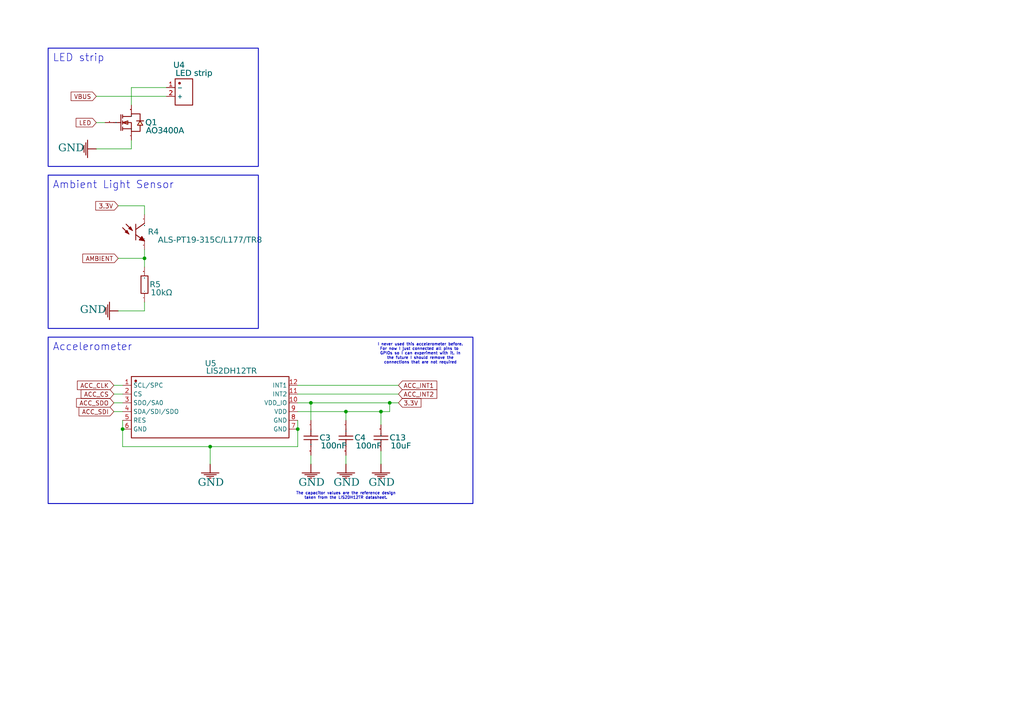
<source format=kicad_sch>
(kicad_sch (version 20231120) (generator "eeschema") (generator_version "8.0")
  (paper "A4")
  (title_block (title "Rudelblinken") (rev "0.1") (company "Zebreus"))
  (lib_symbols
    (symbol "0402WGF1002TCE"
      (property "Reference" "R5" (at 1.524 0.8763 0))
      (property "Value" "10kΩ" (at 1.524 -1.4351 0))
      (symbol "0402WGF1002TCE_0_0"
        (rectangle (start -1.016 2.54) (end 1.016 -2.54) (stroke (width 0.254)))
        (pin input line (at 0 -5.08 90) (length 2.54) (name "1") (number "1"))
        (pin input line (at 0 5.08 270) (length 2.54) (name "2") (number "2"))
      )
    )
    (symbol "ALS-PT19-315C/L177/TR8"
      (property "Reference" "R4" (at 2.286 0.9017 0))
      (property "Value" "ALS-PT19-315C/L177/TR8" (at 2.286 -1.3843 0))
      (symbol "ALS-PT19-315C/L177/TR8_0_0"
        (polyline (pts (xy -5.08 1.27) (xy -3.302 -0.508)) (stroke (width 0.254)))
        (polyline (pts (xy -4.064 2.286) (xy -2.286 0.508)) (stroke (width 0.254)))
        (polyline (pts (xy -1.27 -0.762) (xy 1.27 -2.54)) (stroke (width 0.254)))
        (polyline (pts (xy -1.27 2.286) (xy -1.27 -2.286)) (stroke (width 0.254)))
        (polyline (pts (xy 1.27 2.54) (xy -1.27 0.762)) (stroke (width 0.254)))
        (polyline (pts (xy -3.302 -0.508) (xy -3.81 0.508) (xy -4.318 0) (xy -3.302 -0.508)) (stroke (width 0.254)) (fill (type outline)))
        (polyline (pts (xy -2.286 0.508) (xy -2.794 1.524) (xy -3.302 1.016) (xy -2.286 0.508)) (stroke (width 0.254)) (fill (type outline)))
        (polyline (pts (xy 1.27 -2.54) (xy 0.508 -1.27) (xy -0.254 -2.286) (xy 1.27 -2.54)) (stroke (width 0.254)) (fill (type outline)))
        (pin input line (at 1.27 5.08 270) (length 2.54) (name "C") (number "1"))
        (pin input line (at 1.27 -5.08 90) (length 2.54) (name "E") (number "2"))
      )
    )
    (symbol "AO3400A"
      (property "Reference" "Q1" (at 6.604 0.8763 0))
      (property "Value" "AO3400A" (at 6.604 -1.4097 0))
      (symbol "AO3400A_0_0"
        (polyline (pts (xy -2.54 0) (xy -0.508 0)) (stroke (width 0.254)))
        (polyline (pts (xy -0.508 2.286) (xy -0.508 -2.286)) (stroke (width 0.254)))
        (polyline (pts (xy 0 -2.286) (xy 0 -1.27)) (stroke (width 0.254)))
        (polyline (pts (xy 0 -0.508) (xy 0 0.508)) (stroke (width 0.254)))
        (polyline (pts (xy 0 2.286) (xy 0 1.27)) (stroke (width 0.254)))
        (polyline (pts (xy 2.54 -1.778) (xy 0 -1.778)) (stroke (width 0.254)))
        (polyline (pts (xy 0 0) (xy 1.524 -0.508) (xy 1.524 0.508) (xy 0 0)) (stroke (width 0.254)) (fill (type background)))
        (polyline (pts (xy 5.08 0.508) (xy 4.318 -0.762) (xy 5.842 -0.762) (xy 5.08 0.508)) (stroke (width 0.254)) (fill (type background)))
        (polyline (pts (xy 6.096 0.508) (xy 5.588 0.508) (xy 4.572 0.508) (xy 4.064 0.508)) (stroke (width 0.254)))
        (polyline (pts (xy 0 0) (xy 2.54 0) (xy 2.54 -2.54) (xy 5.08 -2.54) (xy 5.08 -0.762)) (stroke (width 0.254)))
        (polyline (pts (xy 0 1.778) (xy 2.54 1.778) (xy 2.54 2.54) (xy 5.08 2.54) (xy 5.08 0.508)) (stroke (width 0.254)))
        (pin unspecified line (at -5.08 0 0) (length 2.54) (name "G") (number "1"))
        (pin unspecified line (at 2.54 -5.08 90) (length 2.54) (name "S") (number "2"))
        (pin unspecified line (at 2.54 5.08 270) (length 2.54) (name "D") (number "3"))
      )
    )
    (symbol "CL05A106MQ5NUNC"
      (property "Reference" "C13" (at 2.54 0.8763 0))
      (property "Value" "10uF" (at 2.54 -1.4097 0))
      (symbol "CL05A106MQ5NUNC_0_0"
        (polyline (pts (xy -2.032 -0.508) (xy 2.032 -0.508)) (stroke (width 0.254)))
        (polyline (pts (xy -2.032 0.508) (xy 2.032 0.508)) (stroke (width 0.254)))
        (polyline (pts (xy 0 -1.27) (xy 0 -0.508)) (stroke (width 0.254)))
        (polyline (pts (xy 0 0.508) (xy 0 1.27)) (stroke (width 0.254)))
        (pin input line (at 0 -3.81 90) (length 2.54) (name "1") (number "1"))
        (pin input line (at 0 3.81 270) (length 2.54) (name "2") (number "2"))
      )
    )
    (symbol "CL05B104KO5NNNC"
      (property "Reference" "C3" (at 2.54 0.8509 0))
      (property "Value" "100nF" (at 2.54 -1.3843 0))
      (symbol "CL05B104KO5NNNC_0_0"
        (polyline (pts (xy -2.032 0.508) (xy 2.032 0.508)) (stroke (width 0.254)))
        (polyline (pts (xy 0 -2.54) (xy 0 -0.508)) (stroke (width 0.254)))
        (polyline (pts (xy 0 0.508) (xy 0 2.54)) (stroke (width 0.254)))
        (polyline (pts (xy 2.032 -0.508) (xy -2.032 -0.508)) (stroke (width 0.254)))
        (pin unspecified line (at 0 5.08 270) (length 2.54) (name "1") (number "1"))
        (pin unspecified line (at 0 -5.08 90) (length 2.54) (name "2") (number "2"))
      )
    )
    (symbol "CL05B104KO5NNNC_1"
      (property "Reference" "C4" (at 2.54 0.8763 0))
      (property "Value" "100nF" (at 2.54 -1.4097 0))
      (symbol "CL05B104KO5NNNC_1_0_0"
        (polyline (pts (xy -2.032 0.508) (xy 2.032 0.508)) (stroke (width 0.254)))
        (polyline (pts (xy 0 -0.508) (xy 0 -2.54)) (stroke (width 0.254)))
        (polyline (pts (xy 0 2.54) (xy 0 0.508)) (stroke (width 0.254)))
        (polyline (pts (xy 2.032 -0.508) (xy -2.032 -0.508)) (stroke (width 0.254)))
        (pin unspecified line (at 0 -5.08 90) (length 2.54) (name "1") (number "1"))
        (pin unspecified line (at 0 5.08 270) (length 2.54) (name "2") (number "2"))
      )
    )
    (symbol "GND" (power) (pin_numbers hide) (pin_names hide)
      (property "Value" "GND" (at 0 6.35 0))
      (symbol "GND_0_0"
        (polyline (pts (xy -2.54 -2.54) (xy 2.54 -2.54)) (stroke (width 0.254)))
        (polyline (pts (xy -1.778 -3.048) (xy 1.778 -3.048)) (stroke (width 0.254)))
        (polyline (pts (xy -1.016 -3.556) (xy 1.016 -3.556)) (stroke (width 0.254)))
        (polyline (pts (xy -0.254 -4.064) (xy 0.254 -4.064)) (stroke (width 0.254)))
        (polyline (pts (xy 0 0) (xy 0 -2.54)) (stroke (width 0.254)))
        (pin power_in line (at 0 0 270) (length 0) (name "GND") (number "1"))
      )
    )
    (symbol "LIS2DH12TR"
      (property "Reference" "U5" (at -1.4732 13.5255 0))
      (property "Value" "LIS2DH12TR" (at -1.4732 11.4173 0))
      (symbol "LIS2DH12TR_0_0"
        (rectangle (start -22.86 8.89) (end 22.86 -8.89) (stroke (width 0.254)))
        (circle (center -21.59 7.62) (radius 0.254) (stroke (width 0.254)) (fill (type outline)))
        (pin unspecified line (at -25.4 6.35 0) (length 2.54) (name "SCL/SPC") (number "1"))
        (pin unspecified line (at 25.4 1.27 180) (length 2.54) (name "VDD_IO") (number "10"))
        (pin unspecified line (at 25.4 3.81 180) (length 2.54) (name "INT2") (number "11"))
        (pin unspecified line (at 25.4 6.35 180) (length 2.54) (name "INT1") (number "12"))
        (pin unspecified line (at -25.4 3.81 0) (length 2.54) (name "CS") (number "2"))
        (pin unspecified line (at -25.4 1.27 0) (length 2.54) (name "SDO/SA0") (number "3"))
        (pin unspecified line (at -25.4 -1.27 0) (length 2.54) (name "SDA/SDI/SDO") (number "4"))
        (pin unspecified line (at -25.4 -3.81 0) (length 2.54) (name "RES") (number "5"))
        (pin unspecified line (at -25.4 -6.35 0) (length 2.54) (name "GND") (number "6"))
        (pin unspecified line (at 25.4 -6.35 180) (length 2.54) (name "GND") (number "7"))
        (pin unspecified line (at 25.4 -3.81 180) (length 2.54) (name "GND") (number "8"))
        (pin unspecified line (at 25.4 -1.27 180) (length 2.54) (name "VDD") (number "9"))
      )
    )
    (symbol "Unknown_200_-735"
      (property "Reference" "U4" (at -3.0226 8.6233 0))
      (property "Value" "LED strip" (at -3.0226 6.3373 0))
      (symbol "Unknown_200_-735_0_0"
        (rectangle (start -2.54 3.81) (end 2.54 -3.81) (stroke (width 0.254)))
        (circle (center -1.27 2.54) (radius 0.254) (stroke (width 0.254)) (fill (type outline)))
        (pin passive line (at -5.08 1.27 0) (length 2.54) (name "-") (number "1"))
        (pin passive line (at -5.08 -1.27 0) (length 2.54) (name "+") (number "2"))
      )
    )
  )
  (junction (at 113.03 116.84))
  (junction (at 35.56 124.46))
  (junction (at 60.96 129.54))
  (junction (at 90.17 116.84))
  (junction (at 86.36 124.46))
  (junction (at 100.33 119.38))
  (junction (at 41.91 74.93))
  (junction (at 110.49 119.38))
  (wire (pts (xy 41.91 59.69) (xy 41.91 62.23)))
  (wire (pts (xy 86.36 124.46) (xy 86.36 121.92)))
  (wire (pts (xy 35.56 129.54) (xy 60.96 129.54)))
  (wire (pts (xy 35.56 121.92) (xy 35.56 124.46)))
  (wire (pts (xy 38.1 25.4) (xy 38.1 30.48)))
  (wire (pts (xy 60.96 129.54) (xy 60.96 134.62)))
  (wire (pts (xy 110.49 130.81) (xy 110.49 134.62)))
  (wire (pts (xy 33.02 116.84) (xy 35.56 116.84)))
  (wire (pts (xy 48.26 27.94) (xy 27.94 27.94)))
  (wire (pts (xy 33.02 114.3) (xy 35.56 114.3)))
  (wire (pts (xy 100.33 119.38) (xy 110.49 119.38)))
  (wire (pts (xy 86.36 116.84) (xy 90.17 116.84)))
  (wire (pts (xy 110.49 119.38) (xy 113.03 119.38)))
  (wire (pts (xy 60.96 129.54) (xy 86.36 129.54)))
  (wire (pts (xy 35.56 111.76) (xy 33.02 111.76)))
  (wire (pts (xy 34.29 74.93) (xy 41.91 74.93)))
  (wire (pts (xy 113.03 119.38) (xy 113.03 116.84)))
  (wire (pts (xy 100.33 121.92) (xy 100.33 119.38)))
  (wire (pts (xy 113.03 116.84) (xy 115.57 116.84)))
  (wire (pts (xy 48.26 25.4) (xy 38.1 25.4)))
  (wire (pts (xy 86.36 119.38) (xy 100.33 119.38)))
  (wire (pts (xy 90.17 121.92) (xy 90.17 116.84)))
  (wire (pts (xy 110.49 123.19) (xy 110.49 119.38)))
  (wire (pts (xy 35.56 119.38) (xy 33.02 119.38)))
  (wire (pts (xy 90.17 116.84) (xy 113.03 116.84)))
  (wire (pts (xy 35.56 124.46) (xy 35.56 129.54)))
  (wire (pts (xy 41.91 90.17) (xy 34.29 90.17)))
  (wire (pts (xy 115.57 114.3) (xy 86.36 114.3)))
  (wire (pts (xy 100.33 132.08) (xy 100.33 134.62)))
  (wire (pts (xy 34.29 59.69) (xy 41.91 59.69)))
  (wire (pts (xy 90.17 134.62) (xy 90.17 132.08)))
  (wire (pts (xy 38.1 43.18) (xy 38.1 40.64)))
  (wire (pts (xy 86.36 129.54) (xy 86.36 124.46)))
  (wire (pts (xy 41.91 77.47) (xy 41.91 74.93)))
  (wire (pts (xy 27.94 35.56) (xy 30.48 35.56)))
  (wire (pts (xy 86.36 111.76) (xy 115.57 111.76)))
  (wire (pts (xy 41.91 74.93) (xy 41.91 72.39)))
  (wire (pts (xy 27.94 43.18) (xy 38.1 43.18)))
  (wire (pts (xy 41.91 87.63) (xy 41.91 90.17)))
  (rectangle (start 13.97 13.97) (end 74.93 48.26) (stroke (width 0.254)))
  (rectangle (start 13.97 50.8) (end 74.93 95.25) (stroke (width 0.254)))
  (rectangle (start 13.97 97.79) (end 137.16 146.05) (stroke (width 0.254)))
  (text "I never used this accelerometer before.\nFor now I just connected all pins to \nGPIOs so I can experiment with it. In\nthe future I should remove the\nconnections that are not required" (at 121.92 99.5172 0) (effects (font (size 0.8128 0.8128)) (justify top)))
  (text "Ambient Light Sensor" (at 15.24 52.4383 0) (effects (font (size 2.1717 2.1717)) (justify left top)))
  (text "The capacitor values are the reference design\ntaken from the LIS2DH12TR datasheet." (at 100.33 142.6972 0) (effects (font (size 0.8128 0.8128)) (justify top)))
  (text "LED strip" (at 15.24 15.6083 0) (effects (font (size 2.1717 2.1717)) (justify left top)))
  (text "Accelerometer" (at 15.24 99.4283 0) (effects (font (size 2.1717 2.1717)) (justify left top)))
  (global_label "ACC_CLK" (shape input) (at 33.02 111.76 180) (property "Intersheetrefs" "${INTERSHEET_REFS}" (effects (hide yes))))
  (global_label "ACC_SDI" (shape input) (at 33.02 119.38 180) (property "Intersheetrefs" "${INTERSHEET_REFS}" (effects (hide yes))))
  (global_label "ACC_SDO" (shape input) (at 33.02 116.84 180) (property "Intersheetrefs" "${INTERSHEET_REFS}" (effects (hide yes))))
  (global_label "ACC_CS" (shape input) (at 33.02 114.3 180) (property "Intersheetrefs" "${INTERSHEET_REFS}" (effects (hide yes))))
  (global_label "3.3V" (shape input) (at 115.57 116.84 0) (property "Intersheetrefs" "${INTERSHEET_REFS}" (effects (hide yes))))
  (global_label "VBUS" (shape input) (at 27.94 27.94 180) (property "Intersheetrefs" "${INTERSHEET_REFS}" (effects (hide yes))))
  (global_label "3.3V" (shape input) (at 34.29 59.69 180) (property "Intersheetrefs" "${INTERSHEET_REFS}" (effects (hide yes))))
  (global_label "LED" (shape input) (at 27.94 35.56 180) (property "Intersheetrefs" "${INTERSHEET_REFS}" (effects (hide yes))))
  (global_label "ACC_INT2" (shape input) (at 115.57 114.3 0) (property "Intersheetrefs" "${INTERSHEET_REFS}" (effects (hide yes))))
  (global_label "AMBIENT" (shape input) (at 34.29 74.93 180) (property "Intersheetrefs" "${INTERSHEET_REFS}" (effects (hide yes))))
  (global_label "ACC_INT1" (shape input) (at 115.57 111.76 0) (property "Intersheetrefs" "${INTERSHEET_REFS}" (effects (hide yes))))
  (symbol (lib_id "CL05B104KO5NNNC") (at 90.17 127 0) (unit 0)
    (property "Reference" "C3" (at 92.71 126.1491 0) (effects (font (size 1.6891 1.6891)) (justify left top)))
    (property "Value" "100nF" (at 92.71 128.3843 0) (effects (font (size 1.6891 1.6891)) (justify left top)))
    (property "Manufacturer Part" "CL05B104KO5NNNC" (effects (hide yes)))
    (property "Manufacturer" "SAMSUNG(三星)" (effects (hide yes)))
    (property "Supplier Part" "C1525" (effects (hide yes)))
    (property "Supplier" "LCSC" (effects (hide yes)))
  )
  (symbol (lib_id "GND") (at 34.29 90.17 270) (unit 0)
    (property "Reference" "#PWR?" (effects (hide yes)))
    (property "Value" "GND" (at 23.495 91.0844 -270) (effects (font (size 2.1717 2.1717)) (justify left bottom)))
    (property "Description" "Power symbol creates a global label with name 'GND'" (effects (hide yes)))
  )
  (symbol (lib_id "Unknown_200_-735") (at 53.34 26.67 0) (unit 0)
    (property "Reference" "U4" (at 50.3174 18.0467 0) (effects (font (size 1.6891 1.6891)) (justify left top)))
    (property "Value" "LED strip" (at 50.3174 20.3327 0) (effects (font (size 1.6891 1.6891)) (justify left top)))
  )
  (symbol (lib_id "GND") (at 60.96 134.62 0) (unit 0)
    (property "Reference" "#PWR?" (effects (hide yes)))
    (property "Value" "GND" (at 57.658 141.224 0) (effects (font (size 2.1717 2.1717)) (justify left bottom)))
    (property "Description" "Power symbol creates a global label with name 'GND'" (effects (hide yes)))
  )
  (symbol (lib_id "AO3400A") (at 35.56 35.56 0) (unit 0)
    (property "Reference" "Q1" (at 42.164 34.6837 0) (effects (font (size 1.6891 1.6891)) (justify left top)))
    (property "Value" "AO3400A" (at 42.164 36.9697 0) (effects (font (size 1.6891 1.6891)) (justify left top)))
    (property "Manufacturer Part" "AO3400A" (effects (hide yes)))
    (property "Manufacturer" "AOS" (effects (hide yes)))
    (property "Supplier Part" "C20917" (effects (hide yes)))
    (property "Supplier" "LCSC" (effects (hide yes)))
  )
  (symbol (lib_id "GND") (at 100.33 134.62 0) (unit 0)
    (property "Reference" "#PWR?" (effects (hide yes)))
    (property "Value" "GND" (at 97.028 141.224 0) (effects (font (size 2.1717 2.1717)) (justify left bottom)))
    (property "Description" "Power symbol creates a global label with name 'GND'" (effects (hide yes)))
  )
  (symbol (lib_id "GND") (at 110.49 134.62 0) (unit 0)
    (property "Reference" "#PWR?" (effects (hide yes)))
    (property "Value" "GND" (at 107.188 141.224 0) (effects (font (size 2.1717 2.1717)) (justify left bottom)))
    (property "Description" "Power symbol creates a global label with name 'GND'" (effects (hide yes)))
  )
  (symbol (lib_id "GND") (at 90.17 134.62 0) (unit 0)
    (property "Reference" "#PWR?" (effects (hide yes)))
    (property "Value" "GND" (at 86.868 141.224 0) (effects (font (size 2.1717 2.1717)) (justify left bottom)))
    (property "Description" "Power symbol creates a global label with name 'GND'" (effects (hide yes)))
  )
  (symbol (lib_id "CL05A106MQ5NUNC") (at 110.49 127 0) (unit 0)
    (property "Reference" "C13" (at 113.03 126.1237 0) (effects (font (size 1.6891 1.6891)) (justify left top)))
    (property "Value" "10uF" (at 113.03 128.4097 0) (effects (font (size 1.6891 1.6891)) (justify left top)))
    (property "Manufacturer Part" "CL05A106MQ5NUNC" (effects (hide yes)))
    (property "Manufacturer" "SAMSUNG(三星)" (effects (hide yes)))
    (property "Supplier Part" "C15525" (effects (hide yes)))
    (property "Supplier" "LCSC" (effects (hide yes)))
  )
  (symbol (lib_id "GND") (at 27.94 43.18 270) (unit 0)
    (property "Reference" "#PWR?" (effects (hide yes)))
    (property "Value" "GND" (at 17.145 44.196 -270) (effects (font (size 2.1717 2.1717)) (justify left bottom)))
    (property "Description" "Power symbol creates a global label with name 'GND'" (effects (hide yes)))
  )
  (symbol (lib_id "0402WGF1002TCE") (at 41.91 82.55 0) (unit 0)
    (property "Reference" "R5" (at 43.434 81.6737 0) (effects (font (size 1.6891 1.6891)) (justify left top)))
    (property "Value" "10kΩ" (at 43.434 83.9851 0) (effects (font (size 1.6891 1.6891)) (justify left top)))
    (property "Manufacturer Part" "0402WGF1002TCE" (effects (hide yes)))
    (property "Manufacturer" "UNI-ROYAL(厚声)" (effects (hide yes)))
    (property "Supplier Part" "C25744" (effects (hide yes)))
    (property "Supplier" "LCSC" (effects (hide yes)))
  )
  (symbol (lib_id "ALS-PT19-315C/L177/TR8") (at 40.64 67.31 0) (unit 0)
    (property "Reference" "R4" (at 42.926 66.4083 0) (effects (font (size 1.6891 1.6891)) (justify left top)))
    (property "Value" "ALS-PT19-315C/L177/TR8" (at 42.926 68.6943 0) (effects (font (size 1.6891 1.6891)) (justify left top)))
    (property "Manufacturer Part" "ALS-PT19-315C/L177/TR8" (effects (hide yes)))
    (property "Manufacturer" "EVERLIGHT(亿光)" (effects (hide yes)))
    (property "Supplier Part" "C146233" (effects (hide yes)))
    (property "Supplier" "LCSC" (effects (hide yes)))
  )
  (symbol (lib_id "CL05B104KO5NNNC_1") (at 100.33 127 0) (unit 0)
    (property "Reference" "C4" (at 102.87 126.1237 0) (effects (font (size 1.6891 1.6891)) (justify left top)))
    (property "Value" "100nF" (at 102.87 128.4097 0) (effects (font (size 1.6891 1.6891)) (justify left top)))
    (property "Manufacturer Part" "CL05B104KO5NNNC" (effects (hide yes)))
    (property "Manufacturer" "SAMSUNG(三星)" (effects (hide yes)))
    (property "Supplier Part" "C1525" (effects (hide yes)))
    (property "Supplier" "LCSC" (effects (hide yes)))
  )
  (symbol (lib_id "LIS2DH12TR") (at 60.96 118.11 0) (unit 0)
    (property "Reference" "U5" (at 59.4868 104.5845 0) (effects (font (size 1.6891 1.6891)) (justify left top)))
    (property "Value" "LIS2DH12TR" (at 59.4868 106.6927 0) (effects (font (size 1.6891 1.6891)) (justify left top)))
    (property "Manufacturer Part" "LIS2DH12TR" (effects (hide yes)))
    (property "Manufacturer" "ST(意法半导体)" (effects (hide yes)))
    (property "Supplier Part" "C110926" (effects (hide yes)))
    (property "Supplier" "LCSC" (effects (hide yes)))
  )
)
</source>
